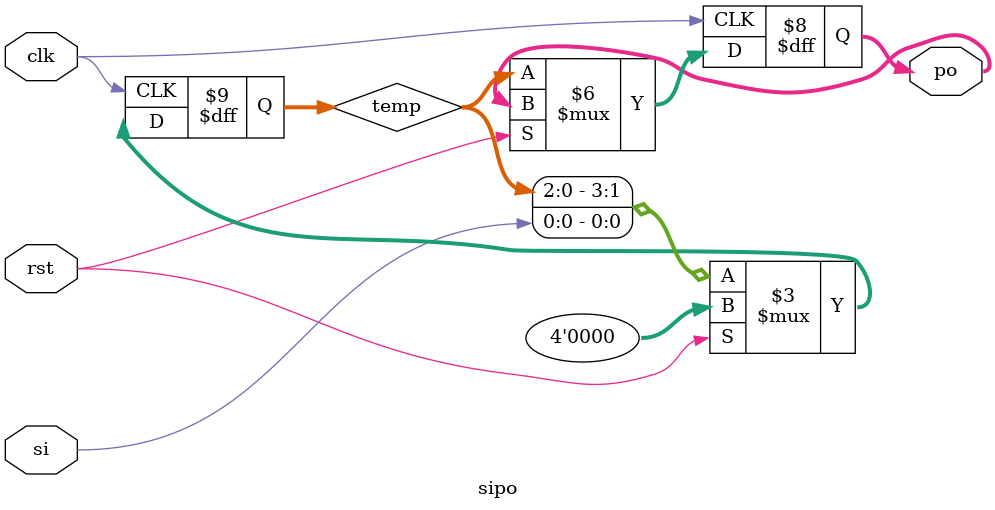
<source format=v>
module sipo(clk,rst,si,po);
  input clk,rst,si;
  output reg [3:0]po;
  
  reg [3:0] temp;
  
  always@(posedge clk) begin
    if(rst) begin
      temp <= 4'b0000;
    end
    else begin
      temp <= {temp[2:0],si};
      po <= temp;
  end
  end
endmodule

</source>
